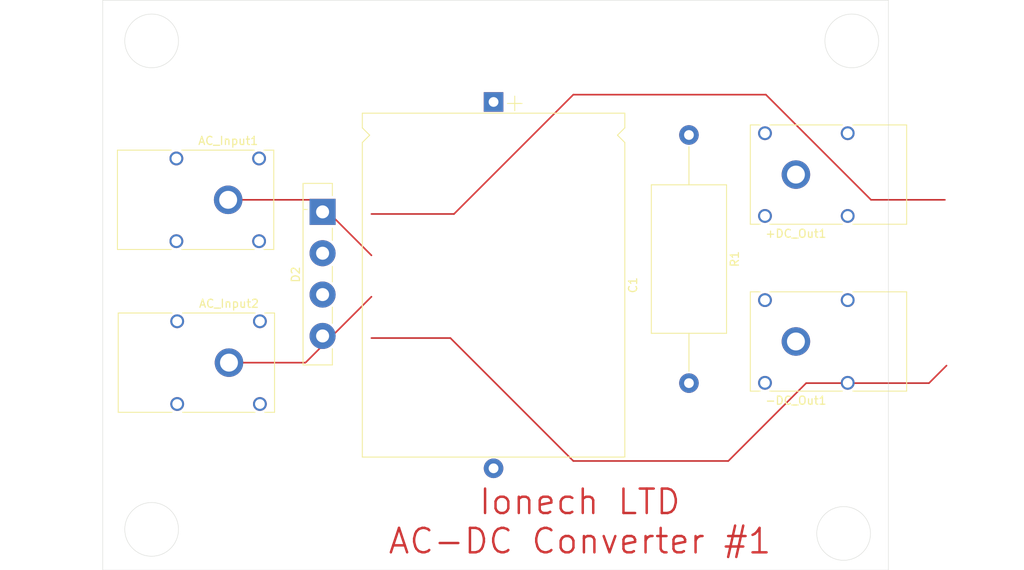
<source format=kicad_pcb>
(kicad_pcb (version 20240108) (generator "pcbnew") (generator_version "8.0")
  (layers (0 "F.Cu" signal) (31 "B.Cu" signal) (34 "B.Paste" user) (35 "F.Paste" user) (36 "B.SilkS" user "B.Silkscreen") (37 "F.SilkS" user "F.Silkscreen") (38 "B.Mask" user) (39 "F.Mask" user) (44 "Edge.Cuts" user))
  (net 0 "")
  (net 1 "Net-(+DC_Out1-Pin_1)")
  (net 2 "Net-(-DC_Out1-Pin_1)")
  (net 3 "Net-(AC_Input2-Pin_1)")
  (net 4 "Net-(AC_Input1-Pin_1)")
  (footprint "Connector:Banana_Cliff_FCR7350G_S16N-PC_Horizontal" (layer "F.Cu") (at 69.4 93.52)
    (property "Reference" "AC_Input1" (at 0 -7.25 0) (layer "F.SilkS"))
    (property "Value" "Conn_01x01_Socket")
    (fp_line (start -13.6 -6.1) (end -13.6 6.1) (stroke (width 0.12)) (layer "F.SilkS"))
    (fp_line (start -13.6 6.1) (end -7 6.1) (stroke (width 0.12)) (layer "F.SilkS"))
    (fp_line (start -7 -6.1) (end -13.6 -6.1) (stroke (width 0.12)) (layer "F.SilkS"))
    (fp_line (start -5.7 6.1) (end 3.2 6.1) (stroke (width 0.12)) (layer "F.SilkS"))
    (fp_line (start 3.2 -6.1) (end -5.7 -6.1) (stroke (width 0.12)) (layer "F.SilkS"))
    (fp_line (start 4.4 6.1) (end 5.6 6.1) (stroke (width 0.12)) (layer "F.SilkS"))
    (fp_line (start 5.6 -6.1) (end 4.4 -6.1) (stroke (width 0.12)) (layer "F.SilkS"))
    (fp_line (start 5.6 6.1) (end 5.6 -6.1) (stroke (width 0.12)) (layer "F.SilkS"))
    (pad "" np_thru_hole circle (at -6.36 -5.08) (size 1.7 1.7) (drill 1.2) (layers "F&B.Cu" "*.Mask"))
    (pad "" np_thru_hole circle (at -6.36 5.08) (size 1.7 1.7) (drill 1.2) (layers "F&B.Cu" "*.Mask"))
    (pad "" np_thru_hole circle (at 3.8 -5.08) (size 1.7 1.7) (drill 1.2) (layers "F&B.Cu" "*.Mask"))
    (pad "" np_thru_hole circle (at 3.8 5.08) (size 1.7 1.7) (drill 1.2) (layers "F&B.Cu" "*.Mask"))
    (pad "1" thru_hole circle (at 0 0) (size 3.5 3.5) (drill 2.2) (layers "*.Cu" "*.Mask") (net 3 "Net-(AC_Input2-Pin_1)"))
  )
  (footprint "Connector:Banana_Cliff_FCR7350R_S16N-PC_Horizontal" (layer "F.Cu") (at 139.14 90.42 180)
    (property "Reference" "+DC_Out1" (at 0 -7.25 0) (layer "F.SilkS"))
    (property "Value" "Conn_01x01_Socket")
    (fp_line (start 5.6 6.1) (end 5.6 -6.1) (stroke (width 0.12)) (layer "F.SilkS"))
    (fp_line (start 5.6 -6.1) (end 4.4 -6.1) (stroke (width 0.12)) (layer "F.SilkS"))
    (fp_line (start 4.4 6.1) (end 5.6 6.1) (stroke (width 0.12)) (layer "F.SilkS"))
    (fp_line (start 3.2 -6.1) (end -5.7 -6.1) (stroke (width 0.12)) (layer "F.SilkS"))
    (fp_line (start -5.7 6.1) (end 3.2 6.1) (stroke (width 0.12)) (layer "F.SilkS"))
    (fp_line (start -7 -6.1) (end -13.6 -6.1) (stroke (width 0.12)) (layer "F.SilkS"))
    (fp_line (start -13.6 6.1) (end -7 6.1) (stroke (width 0.12)) (layer "F.SilkS"))
    (fp_line (start -13.6 -6.1) (end -13.6 6.1) (stroke (width 0.12)) (layer "F.SilkS"))
    (pad "" np_thru_hole circle (at -6.36 -5.08 180) (size 1.7 1.7) (drill 1.2) (layers "F&B.Cu" "*.Mask"))
    (pad "" np_thru_hole circle (at -6.36 5.08 180) (size 1.7 1.7) (drill 1.2) (layers "F&B.Cu" "*.Mask"))
    (pad "" np_thru_hole circle (at 3.8 -5.08 180) (size 1.7 1.7) (drill 1.2) (layers "F&B.Cu" "*.Mask"))
    (pad "" np_thru_hole circle (at 3.8 5.08 180) (size 1.7 1.7) (drill 1.2) (layers "F&B.Cu" "*.Mask"))
    (pad "1" thru_hole circle (at 0 0 180) (size 3.5 3.5) (drill 2.2) (layers "*.Cu" "*.Mask") (net 1 "Net-(+DC_Out1-Pin_1)"))
  )
  (footprint "Connector:Banana_Cliff_FCR7350B_S16N-PC_Horizontal" (layer "F.Cu") (at 139.14 110.92 180)
    (property "Reference" "-DC_Out1" (at 0 -7.25 0) (layer "F.SilkS"))
    (property "Value" "Conn_01x01_Socket")
    (fp_line (start 5.6 6.1) (end 5.6 -6.1) (stroke (width 0.12)) (layer "F.SilkS"))
    (fp_line (start 5.6 -6.1) (end 4.4 -6.1) (stroke (width 0.12)) (layer "F.SilkS"))
    (fp_line (start 4.4 6.1) (end 5.6 6.1) (stroke (width 0.12)) (layer "F.SilkS"))
    (fp_line (start 3.2 -6.1) (end -5.7 -6.1) (stroke (width 0.12)) (layer "F.SilkS"))
    (fp_line (start -5.7 6.1) (end 3.2 6.1) (stroke (width 0.12)) (layer "F.SilkS"))
    (fp_line (start -7 -6.1) (end -13.6 -6.1) (stroke (width 0.12)) (layer "F.SilkS"))
    (fp_line (start -13.6 6.1) (end -7 6.1) (stroke (width 0.12)) (layer "F.SilkS"))
    (fp_line (start -13.6 -6.1) (end -13.6 6.1) (stroke (width 0.12)) (layer "F.SilkS"))
    (pad "" np_thru_hole circle (at -6.36 -5.08 180) (size 1.7 1.7) (drill 1.2) (layers "F&B.Cu" "*.Mask"))
    (pad "" np_thru_hole circle (at -6.36 5.08 180) (size 1.7 1.7) (drill 1.2) (layers "F&B.Cu" "*.Mask"))
    (pad "" np_thru_hole circle (at 3.8 -5.08 180) (size 1.7 1.7) (drill 1.2) (layers "F&B.Cu" "*.Mask"))
    (pad "" np_thru_hole circle (at 3.8 5.08 180) (size 1.7 1.7) (drill 1.2) (layers "F&B.Cu" "*.Mask"))
    (pad "1" thru_hole circle (at 0 0 180) (size 3.5 3.5) (drill 2.2) (layers "*.Cu" "*.Mask") (net 2 "Net-(-DC_Out1-Pin_1)"))
  )
  (footprint "Connector:Banana_Cliff_FCR7350G_S16N-PC_Horizontal" (layer "F.Cu") (at 69.5 113.52)
    (property "Reference" "AC_Input2" (at 0 -7.25 0) (layer "F.SilkS"))
    (property "Value" "Conn_01x01_Socket")
    (fp_line (start -13.6 -6.1) (end -13.6 6.1) (stroke (width 0.12)) (layer "F.SilkS"))
    (fp_line (start -13.6 6.1) (end -7 6.1) (stroke (width 0.12)) (layer "F.SilkS"))
    (fp_line (start -7 -6.1) (end -13.6 -6.1) (stroke (width 0.12)) (layer "F.SilkS"))
    (fp_line (start -5.7 6.1) (end 3.2 6.1) (stroke (width 0.12)) (layer "F.SilkS"))
    (fp_line (start 3.2 -6.1) (end -5.7 -6.1) (stroke (width 0.12)) (layer "F.SilkS"))
    (fp_line (start 4.4 6.1) (end 5.6 6.1) (stroke (width 0.12)) (layer "F.SilkS"))
    (fp_line (start 5.6 -6.1) (end 4.4 -6.1) (stroke (width 0.12)) (layer "F.SilkS"))
    (fp_line (start 5.6 6.1) (end 5.6 -6.1) (stroke (width 0.12)) (layer "F.SilkS"))
    (pad "" np_thru_hole circle (at -6.36 -5.08) (size 1.7 1.7) (drill 1.2) (layers "F&B.Cu" "*.Mask"))
    (pad "" np_thru_hole circle (at -6.36 5.08) (size 1.7 1.7) (drill 1.2) (layers "F&B.Cu" "*.Mask"))
    (pad "" np_thru_hole circle (at 3.8 -5.08) (size 1.7 1.7) (drill 1.2) (layers "F&B.Cu" "*.Mask"))
    (pad "" np_thru_hole circle (at 3.8 5.08) (size 1.7 1.7) (drill 1.2) (layers "F&B.Cu" "*.Mask"))
    (pad "1" thru_hole circle (at 0 0) (size 3.5 3.5) (drill 2.2) (layers "*.Cu" "*.Mask") (net 4 "Net-(AC_Input1-Pin_1)"))
  )
  (footprint "Resistor_THT:R_Axial_DIN0918_L18.0mm_D9.0mm_P30.48mm_Horizontal" (layer "F.Cu") (at 126 85.555 -90)
    (property "Reference" "R1" (at 15.24 -5.62 90) (layer "F.SilkS"))
    (property "Value" "R")
    (fp_line (start 6.12 4.62) (end 24.36 4.62) (stroke (width 0.12)) (layer "F.SilkS"))
    (fp_line (start 24.36 4.62) (end 24.36 -4.62) (stroke (width 0.12)) (layer "F.SilkS"))
    (fp_line (start 1.44 0) (end 6.12 0) (stroke (width 0.12)) (layer "F.SilkS"))
    (fp_line (start 29.04 0) (end 24.36 0) (stroke (width 0.12)) (layer "F.SilkS"))
    (fp_line (start 6.12 -4.62) (end 6.12 4.62) (stroke (width 0.12)) (layer "F.SilkS"))
    (fp_line (start 24.36 -4.62) (end 6.12 -4.62) (stroke (width 0.12)) (layer "F.SilkS"))
    (pad "1" thru_hole circle (at 0 0 270) (size 2.4 2.4) (drill 1.2) (layers "*.Cu" "*.Mask") (net 1 "Net-(+DC_Out1-Pin_1)"))
    (pad "2" thru_hole oval (at 30.48 0 270) (size 2.4 2.4) (drill 1.2) (layers "*.Cu" "*.Mask") (net 2 "Net-(-DC_Out1-Pin_1)"))
  )
  (footprint "Diode_THT:Diode_Bridge_Vishay_GBU" (layer "F.Cu") (at 81 95 -90)
    (property "Reference" "D2" (at 7.7 3.3 90) (layer "F.SilkS"))
    (property "Value" "Bridge Rectifier")
    (fp_line (start -3.5 2.4) (end -3.5 -1.2) (stroke (width 0.12)) (layer "F.SilkS"))
    (fp_line (start -0.3 2.4) (end -0.3 1.9) (stroke (width 0.12)) (layer "F.SilkS"))
    (fp_line (start 18.8 2.4) (end -3.5 2.4) (stroke (width 0.12)) (layer "F.SilkS"))
    (fp_line (start -3.5 -1.2) (end -2 -1.2) (stroke (width 0.12)) (layer "F.SilkS"))
    (fp_line (start 2 -1.2) (end 3.5 -1.2) (stroke (width 0.12)) (layer "F.SilkS"))
    (fp_line (start 6.7 -1.2) (end 8.6 -1.2) (stroke (width 0.12)) (layer "F.SilkS"))
    (fp_line (start 11.7 -1.2) (end 13.7 -1.2) (stroke (width 0.12)) (layer "F.SilkS"))
    (fp_line (start 16.8 -1.2) (end 18.8 -1.2) (stroke (width 0.12)) (layer "F.SilkS"))
    (fp_line (start 18.8 -1.2) (end 18.8 2.4) (stroke (width 0.12)) (layer "F.SilkS"))
    (pad "1" thru_hole rect (at 0 0 270) (size 3.2 3.2) (drill 1.6) (layers "*.Cu" "*.Mask") (net 1 "Net-(+DC_Out1-Pin_1)"))
    (pad "2" thru_hole circle (at 5.08 0 270) (size 3.2 3.2) (drill 1.6) (layers "*.Cu" "*.Mask") (net 3 "Net-(AC_Input2-Pin_1)"))
    (pad "3" thru_hole circle (at 10.16 0 270) (size 3.2 3.2) (drill 1.6) (layers "*.Cu" "*.Mask") (net 4 "Net-(AC_Input1-Pin_1)"))
    (pad "4" thru_hole circle (at 15.24 0 270) (size 3.2 3.2) (drill 1.6) (layers "*.Cu" "*.Mask") (net 2 "Net-(-DC_Out1-Pin_1)"))
  )
  (footprint "Capacitor_THT:CP_Axial_L42.0mm_D32.0mm_P45.00mm_Horizontal" (layer "F.Cu") (at 102 81.5 -90)
    (property "Reference" "C1" (at 22.5 -17.12 90) (layer "F.SilkS"))
    (property "Value" "C")
    (fp_line (start 1.38 16.12) (end 3.18 16.12) (stroke (width 0.12)) (layer "F.SilkS"))
    (fp_line (start 3.18 16.12) (end 4.08 15.22) (stroke (width 0.12)) (layer "F.SilkS"))
    (fp_line (start 4.98 16.12) (end 43.62 16.12) (stroke (width 0.12)) (layer "F.SilkS"))
    (fp_line (start 4.08 15.22) (end 4.98 16.12) (stroke (width 0.12)) (layer "F.SilkS"))
    (fp_line (start -0.72 -2.6) (end 1.08 -2.6) (stroke (width 0.12)) (layer "F.SilkS"))
    (fp_line (start 0.18 -3.5) (end 0.18 -1.7) (stroke (width 0.12)) (layer "F.SilkS"))
    (fp_line (start 4.08 -15.22) (end 4.98 -16.12) (stroke (width 0.12)) (layer "F.SilkS"))
    (fp_line (start 1.38 -16.12) (end 1.38 16.12) (stroke (width 0.12)) (layer "F.SilkS"))
    (fp_line (start 1.38 -16.12) (end 3.18 -16.12) (stroke (width 0.12)) (layer "F.SilkS"))
    (fp_line (start 3.18 -16.12) (end 4.08 -15.22) (stroke (width 0.12)) (layer "F.SilkS"))
    (fp_line (start 4.98 -16.12) (end 43.62 -16.12) (stroke (width 0.12)) (layer "F.SilkS"))
    (fp_line (start 43.62 -16.12) (end 43.62 16.12) (stroke (width 0.12)) (layer "F.SilkS"))
    (pad "1" thru_hole rect (at 0 0 270) (size 2.4 2.4) (drill 1.2) (layers "*.Cu" "*.Mask") (net 1 "Net-(+DC_Out1-Pin_1)"))
    (pad "2" thru_hole oval (at 45 0 270) (size 2.4 2.4) (drill 1.2) (layers "*.Cu" "*.Mask") (net 2 "Net-(-DC_Out1-Pin_1)"))
  )
  (gr_circle (center 60 74) (end 63.3 74) (stroke (width 0.05)) (fill none) (layer "Edge.Cuts"))
  (gr_circle (center 60 134) (end 63.3 134) (stroke (width 0.05)) (fill none) (layer "Edge.Cuts"))
  (gr_circle (center 145 134.5) (end 148.3 134.5) (stroke (width 0.05)) (fill none) (layer "Edge.Cuts"))
  (gr_rect (start 54 69) (end 150.5 139) (stroke (width 0.05)) (fill none) (layer "Edge.Cuts"))
  (gr_circle (center 146 74) (end 149.3 74) (stroke (width 0.05)) (fill none) (layer "Edge.Cuts"))
  (gr_text "Ionech LTD\nAC-DC Converter #1" (at 112.6 137.2 0) (layer "F.Cu") (effects (font (size 3 3) (thickness 0.3) (bold yes)) (justify bottom)))
  (segment (start 97.14 95.26) (end 111.8 80.6) (width 0.2) (layer "F.Cu") (net 1))
  (segment (start 111.8 80.6) (end 135.445 80.6) (width 0.2) (layer "F.Cu") (net 1))
  (segment (start 87 95.26) (end 97.14 95.26) (width 0.2) (layer "F.Cu") (net 1))
  (segment (start 148.365 93.52) (end 157.44 93.52) (width 0.2) (layer "F.Cu") (net 1))
  (segment (start 135.445 80.6) (end 140.4 85.555) (width 0.2) (layer "F.Cu") (net 1))
  (segment (start 140.4 85.555) (end 148.365 93.52) (width 0.2) (layer "F.Cu") (net 1))
  (segment (start 130.835 125.6) (end 140.4 116.035) (width 0.2) (layer "F.Cu") (net 2))
  (segment (start 87 110.5) (end 96.7 110.5) (width 0.2) (layer "F.Cu") (net 2))
  (segment (start 96.7 110.5) (end 111.8 125.6) (width 0.2) (layer "F.Cu") (net 2))
  (segment (start 111.8 125.6) (end 130.835 125.6) (width 0.2) (layer "F.Cu") (net 2))
  (segment (start 155.485 116.035) (end 157.64 113.88) (width 0.2) (layer "F.Cu") (net 2))
  (segment (start 140.4 116.035) (end 155.485 116.035) (width 0.2) (layer "F.Cu") (net 2))
  (segment (start 69.4 93.52) (end 80.18 93.52) (width 0.2) (layer "F.Cu") (net 3))
  (segment (start 80.18 93.52) (end 87 100.34) (width 0.2) (layer "F.Cu") (net 3))
  (segment (start 78.9 113.52) (end 87 105.42) (width 0.2) (layer "F.Cu") (net 4))
  (segment (start 69.5 113.52) (end 78.9 113.52) (width 0.2) (layer "F.Cu") (net 4))
)
</source>
